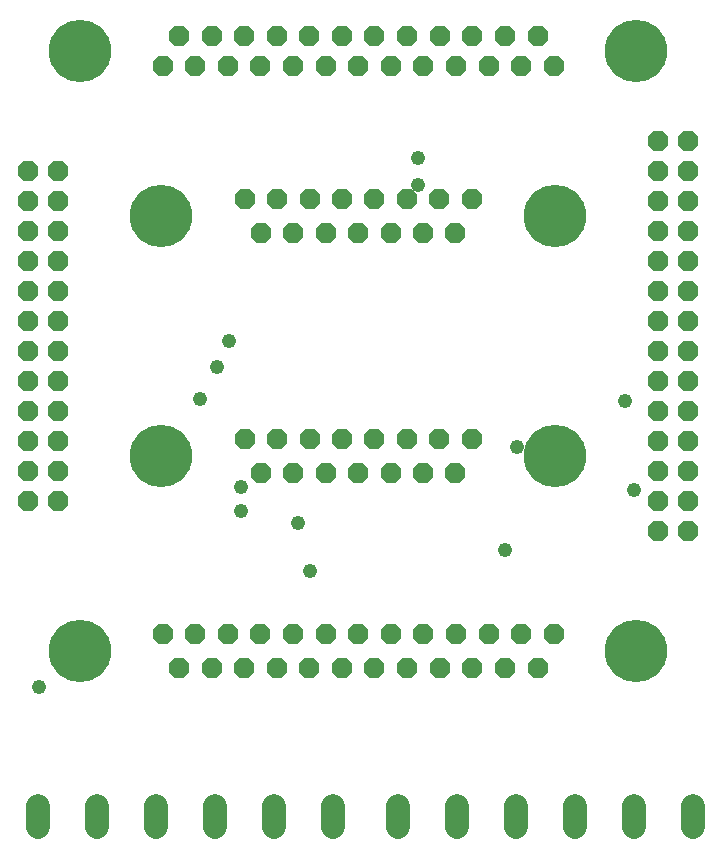
<source format=gbs>
G75*
G70*
%OFA0B0*%
%FSLAX24Y24*%
%IPPOS*%
%LPD*%
%AMOC8*
5,1,8,0,0,1.08239X$1,22.5*
%
%ADD10OC8,0.0680*%
%ADD11C,0.2080*%
%ADD12C,0.0785*%
%ADD13C,0.0480*%
D10*
X005997Y008830D03*
X006537Y007710D03*
X007087Y008830D03*
X007627Y007710D03*
X008167Y008830D03*
X008717Y007710D03*
X009257Y008830D03*
X009797Y007710D03*
X010347Y008830D03*
X010887Y007710D03*
X011427Y008830D03*
X011977Y007710D03*
X012517Y008830D03*
X013057Y007710D03*
X013607Y008830D03*
X014147Y007710D03*
X014687Y008830D03*
X015237Y007710D03*
X015777Y008830D03*
X016317Y007710D03*
X016867Y008830D03*
X017407Y007710D03*
X017947Y008830D03*
X018497Y007710D03*
X019037Y008830D03*
X022517Y012270D03*
X022517Y013270D03*
X022517Y014270D03*
X022517Y015270D03*
X022517Y016270D03*
X022517Y017270D03*
X022517Y018270D03*
X022517Y019270D03*
X022517Y020270D03*
X022517Y021270D03*
X022517Y022270D03*
X022517Y023270D03*
X022517Y024270D03*
X022517Y025270D03*
X023517Y025270D03*
X023517Y024270D03*
X023517Y023270D03*
X023517Y022270D03*
X023517Y021270D03*
X023517Y020270D03*
X023517Y019270D03*
X023517Y018270D03*
X023517Y017270D03*
X023517Y016270D03*
X023517Y015270D03*
X023517Y014270D03*
X023517Y013270D03*
X023517Y012270D03*
X016297Y015330D03*
X015757Y014210D03*
X015217Y015330D03*
X014677Y014210D03*
X014137Y015330D03*
X013597Y014210D03*
X013057Y015330D03*
X012517Y014210D03*
X011977Y015330D03*
X011437Y014210D03*
X010897Y015330D03*
X010357Y014210D03*
X009817Y015330D03*
X009277Y014210D03*
X008737Y015330D03*
X009277Y022210D03*
X009817Y023330D03*
X010357Y022210D03*
X010897Y023330D03*
X011437Y022210D03*
X011977Y023330D03*
X012517Y022210D03*
X013057Y023330D03*
X013597Y022210D03*
X014137Y023330D03*
X014677Y022210D03*
X015217Y023330D03*
X015757Y022210D03*
X016297Y023330D03*
X015777Y027770D03*
X016317Y028770D03*
X016867Y027770D03*
X017407Y028770D03*
X017947Y027770D03*
X018497Y028770D03*
X019037Y027770D03*
X015237Y028770D03*
X014687Y027770D03*
X014147Y028770D03*
X013607Y027770D03*
X013057Y028770D03*
X012517Y027770D03*
X011977Y028770D03*
X011427Y027770D03*
X010887Y028770D03*
X010347Y027770D03*
X009797Y028770D03*
X009257Y027770D03*
X008717Y028770D03*
X008167Y027770D03*
X007627Y028770D03*
X007087Y027770D03*
X006537Y028770D03*
X005997Y027770D03*
X008737Y023330D03*
X002517Y023270D03*
X002517Y022270D03*
X002517Y021270D03*
X002517Y020270D03*
X002517Y019270D03*
X002517Y018270D03*
X002517Y017270D03*
X002517Y016270D03*
X002517Y015270D03*
X002517Y014270D03*
X002517Y013270D03*
X001517Y013270D03*
X001517Y014270D03*
X001517Y015270D03*
X001517Y016270D03*
X001517Y017270D03*
X001517Y018270D03*
X001517Y019270D03*
X001517Y020270D03*
X001517Y021270D03*
X001517Y022270D03*
X001517Y023270D03*
X001517Y024270D03*
X002517Y024270D03*
D11*
X003257Y028270D03*
X005957Y022770D03*
X005957Y014770D03*
X003257Y008270D03*
X019077Y014770D03*
X021777Y008270D03*
X019077Y022770D03*
X021777Y028270D03*
D12*
X001845Y003123D02*
X001845Y002418D01*
X003814Y002418D02*
X003814Y003123D01*
X005782Y003123D02*
X005782Y002418D01*
X007751Y002418D02*
X007751Y003123D01*
X009719Y003123D02*
X009719Y002418D01*
X011688Y002418D02*
X011688Y003123D01*
X013845Y003123D02*
X013845Y002418D01*
X015814Y002418D02*
X015814Y003123D01*
X017782Y003123D02*
X017782Y002418D01*
X019751Y002418D02*
X019751Y003123D01*
X021719Y003123D02*
X021719Y002418D01*
X023688Y002418D02*
X023688Y003123D01*
D13*
X017397Y011650D03*
X017797Y015090D03*
X021397Y016610D03*
X021707Y013640D03*
X014517Y023810D03*
X014497Y024710D03*
X008197Y018610D03*
X007797Y017730D03*
X007237Y016690D03*
X008597Y013730D03*
X008597Y012930D03*
X010517Y012530D03*
X010917Y010930D03*
X001877Y007090D03*
M02*

</source>
